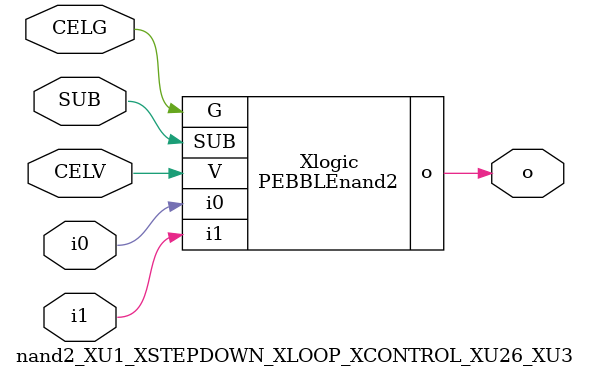
<source format=v>



module PEBBLEnand2 ( o, G, SUB, V, i0, i1 );

  input i0;
  input V;
  input i1;
  input G;
  output o;
  input SUB;
endmodule

//Celera Confidential Do Not Copy nand2_XU1_XSTEPDOWN_XLOOP_XCONTROL_XU26_XU3
//Celera Confidential Symbol Generator
//5V NAND2
module nand2_XU1_XSTEPDOWN_XLOOP_XCONTROL_XU26_XU3 (CELV,CELG,i0,i1,o,SUB);
input CELV;
input CELG;
input i0;
input i1;
input SUB;
output o;

//Celera Confidential Do Not Copy nand2
PEBBLEnand2 Xlogic(
.V (CELV),
.i0 (i0),
.i1 (i1),
.o (o),
.SUB (SUB),
.G (CELG)
);
//,diesize,PEBBLEnand2

//Celera Confidential Do Not Copy Module End
//Celera Schematic Generator
endmodule

</source>
